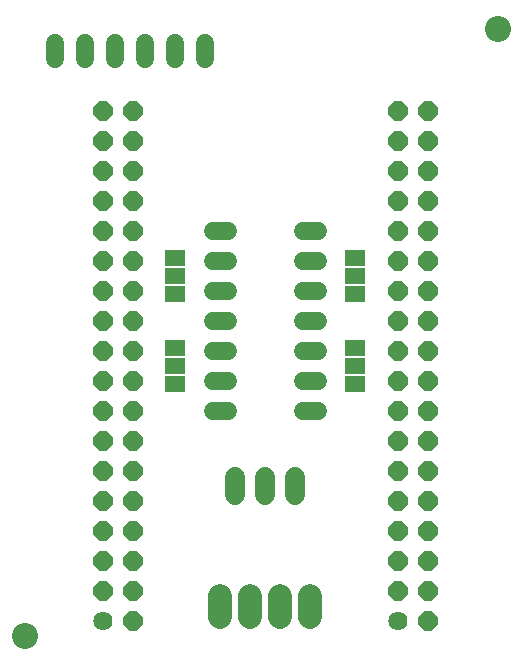
<source format=gbr>
G04 EAGLE Gerber RS-274X export*
G75*
%MOMM*%
%FSLAX34Y34*%
%LPD*%
%INSoldermask Bottom*%
%IPPOS*%
%AMOC8*
5,1,8,0,0,1.08239X$1,22.5*%
G01*
%ADD10C,2.203200*%
%ADD11C,1.625600*%
%ADD12P,1.759533X8X112.500000*%
%ADD13C,1.524000*%
%ADD14R,1.803400X1.371600*%
%ADD15C,1.727200*%
%ADD16C,2.003200*%


D10*
X577850Y628650D03*
X177800Y114300D03*
D11*
X243300Y127200D03*
D12*
X268700Y127200D03*
X243300Y152600D03*
X268700Y152600D03*
X243300Y178000D03*
X268700Y178000D03*
X243300Y203400D03*
X268700Y203400D03*
X243300Y228800D03*
X268700Y228800D03*
X243300Y254200D03*
X268700Y254200D03*
X243300Y279600D03*
X268700Y279600D03*
X243300Y305000D03*
X268700Y305000D03*
X243300Y330400D03*
X268700Y330400D03*
X243300Y355800D03*
X268700Y355800D03*
X243300Y381200D03*
X268700Y381200D03*
X243300Y406600D03*
X268700Y406600D03*
X243300Y432000D03*
X268700Y432000D03*
X243300Y457400D03*
X268700Y457400D03*
X243300Y482800D03*
X268700Y482800D03*
X243300Y508200D03*
X268700Y508200D03*
X243300Y533600D03*
X268700Y533600D03*
X243300Y559000D03*
X268700Y559000D03*
D11*
X493300Y127200D03*
D12*
X518700Y127200D03*
X493300Y152600D03*
X518700Y152600D03*
X493300Y178000D03*
X518700Y178000D03*
X493300Y203400D03*
X518700Y203400D03*
X493300Y228800D03*
X518700Y228800D03*
X493300Y254200D03*
X518700Y254200D03*
X493300Y279600D03*
X518700Y279600D03*
X493300Y305000D03*
X518700Y305000D03*
X493300Y330400D03*
X518700Y330400D03*
X493300Y355800D03*
X518700Y355800D03*
X493300Y381200D03*
X518700Y381200D03*
X493300Y406600D03*
X518700Y406600D03*
X493300Y432000D03*
X518700Y432000D03*
X493300Y457400D03*
X518700Y457400D03*
X493300Y482800D03*
X518700Y482800D03*
X493300Y508200D03*
X518700Y508200D03*
X493300Y533600D03*
X518700Y533600D03*
X493300Y559000D03*
X518700Y559000D03*
D13*
X203200Y602996D02*
X203200Y616204D01*
X228600Y616204D02*
X228600Y602996D01*
X254000Y602996D02*
X254000Y616204D01*
X279400Y616204D02*
X279400Y602996D01*
X304800Y602996D02*
X304800Y616204D01*
X330200Y616204D02*
X330200Y602996D01*
X412496Y304800D02*
X425704Y304800D01*
X425704Y330200D02*
X412496Y330200D01*
X412496Y457200D02*
X425704Y457200D01*
X349504Y457200D02*
X336296Y457200D01*
X412496Y355600D02*
X425704Y355600D01*
X425704Y381000D02*
X412496Y381000D01*
X412496Y431800D02*
X425704Y431800D01*
X425704Y406400D02*
X412496Y406400D01*
X349504Y431800D02*
X336296Y431800D01*
X336296Y406400D02*
X349504Y406400D01*
X349504Y381000D02*
X336296Y381000D01*
X336296Y355600D02*
X349504Y355600D01*
X349504Y330200D02*
X336296Y330200D01*
X336296Y304800D02*
X349504Y304800D01*
D14*
X304800Y403860D03*
X304800Y419100D03*
X304800Y434340D03*
X457200Y403860D03*
X457200Y419100D03*
X457200Y434340D03*
X457200Y327660D03*
X457200Y342900D03*
X457200Y358140D03*
X304800Y327660D03*
X304800Y342900D03*
X304800Y358140D03*
D15*
X355600Y248920D02*
X355600Y233680D01*
X381000Y233680D02*
X381000Y248920D01*
X406400Y248920D02*
X406400Y233680D01*
D16*
X342900Y148700D02*
X342900Y130700D01*
X368300Y130700D02*
X368300Y148700D01*
X393700Y148700D02*
X393700Y130700D01*
X419100Y130700D02*
X419100Y148700D01*
M02*

</source>
